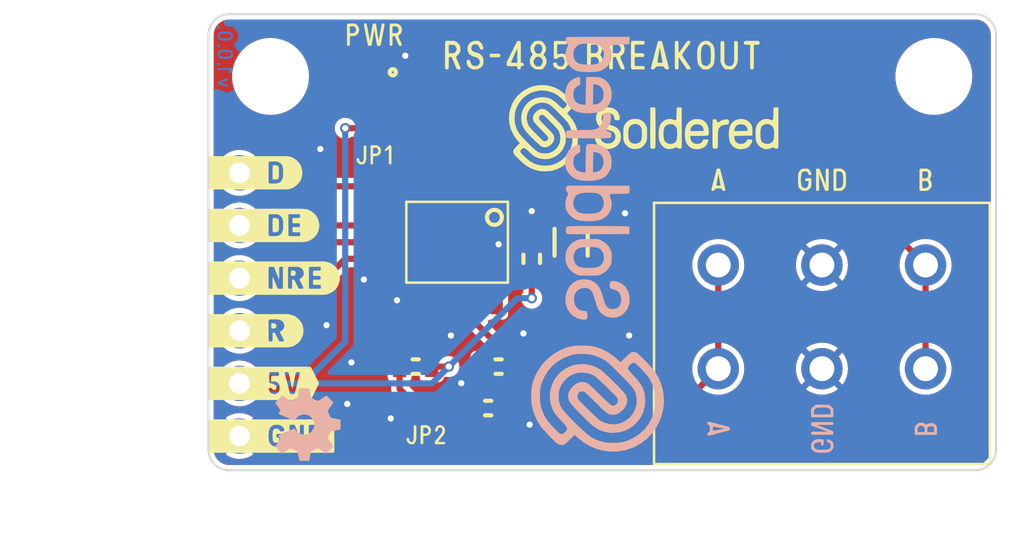
<source format=kicad_pcb>
(kicad_pcb (version 20211014) (generator pcbnew)
  (title_block (title "RS-485 breakout") (date "2021-07-28") (rev "V1.0.0.") (company "SOLDERED") (comment 1 "333068"))
  (layers (0 "F.Cu" signal) (31 "B.Cu" signal) (34 "B.Paste" user) (35 "F.Paste" user) (36 "B.SilkS" user "B.Silkscreen") (37 "F.SilkS" user "F.Silkscreen") (38 "B.Mask" user) (39 "F.Mask" user) (44 "Edge.Cuts" user))
  (net 0 "")
  (net 1 "GND")
  (net 2 "5V")
  (net 3 "Net-(D1-Pad1)")
  (net 4 "Net-(JP1-Pad2)")
  (net 5 "Net-(JP2-Pad1)")
  (net 6 "A")
  (net 7 "B")
  (net 8 "D")
  (net 9 "DE")
  (net 10 "REn")
  (net 11 "R")
  (footprint "e-radionica.com footprinti:0603R" (layer "F.Cu") (at 110.725 142.475 180)
    (fp_text reference "R2")
    (fp_text value "120R")
    (pad "1" smd rect locked (at -0.775 0 270) (size 1 0.64) (layers "F.Cu" "F.Paste" "F.Mask") (net 7 "B"))
    (pad "2" smd rect locked (at 0.775 0 270) (size 1 0.64) (layers "F.Cu" "F.Paste" "F.Mask") (net 5 "Net-(JP2-Pad1)"))
  )
  (footprint "buzzardLabel" (layer "F.Cu") (at 105.225 130.275)
    (fp_text reference "" (at 0 0) (layer "F.SilkS") (effects (font (size 1.27 1.27))))
    (fp_text value "" (at 0 0) (layer "F.SilkS") (effects (font (size 1.27 1.27))))
  )
  (footprint "e-radionica.com footprinti:0603R" (layer "F.Cu") (at 107.225 140.475)
    (fp_text reference "R4")
    (fp_text value "20k")
    (pad "1" smd rect locked (at -0.775 0 90) (size 1 0.64) (layers "F.Cu" "F.Paste" "F.Mask") (net 6 "A"))
    (pad "2" smd rect locked (at 0.775 0 90) (size 1 0.64) (layers "F.Cu" "F.Paste" "F.Mask") (net 2 "5V"))
  )
  (footprint "buzzardLabel" (layer "F.Cu") (at 105.225 124.475)
    (fp_text reference "" (at 0 0) (layer "F.SilkS") (effects (font (size 1.27 1.27))))
    (fp_text value "" (at 0 0) (layer "F.SilkS") (effects (font (size 1.27 1.27))))
  )
  (footprint "e-radionica.com footprinti:HOLE_3.2mm" (layer "F.Cu") (at 132.225 126.475 -90)
    (fp_text reference "H2" hide)
    (fp_text value "HOLE_3.2mm" hide)
    (pad "" np_thru_hole circle locked (at 0 0 270) (size 3.2 3.2) (drill 3.2) (layers F&B.Cu *.Mask))
  )
  (footprint "buzzardLabel" (layer "F.Cu") (at 96.825 131.125)
    (fp_text reference "" (at 0 0) (layer "F.SilkS") (effects (font (size 1.27 1.27))))
    (fp_text value "" (at 0 0) (layer "F.SilkS") (effects (font (size 1.27 1.27))))
  )
  (footprint "buzzardLabel" (layer "F.Cu") (at 96.825 136.205)
    (fp_text reference "" (at 0 0) (layer "F.SilkS") (effects (font (size 1.27 1.27))))
    (fp_text value "" (at 0 0) (layer "F.SilkS") (effects (font (size 1.27 1.27))))
  )
  (footprint "e-radionica.com footprinti:SMD_JUMPER_CONNECTED" (layer "F.Cu") (at 107.725 142.475 180)
    (fp_text reference "JP2")
    (fp_text value "SMD-JUMPER-CONNECTED")
    (pad "1" smd rect (at -0.35 0 180) (size 0.5 1) (layers "F.Cu" "F.Paste" "F.Mask") (net 5 "Net-(JP2-Pad1)"))
    (pad "2" smd rect (at 0.35 0 180) (size 0.5 1) (layers "F.Cu" "F.Paste" "F.Mask") (net 6 "A"))
  )
  (footprint "e-radionica.com footprinti:0402R" (layer "F.Cu") (at 105.225 126.975 180)
    (fp_text reference "R3")
    (fp_text value "2k2")
    (pad "1" smd rect locked (at -0.5 0 270) (size 0.64 0.54) (layers "F.Cu" "F.Paste" "F.Mask") (net 4 "Net-(JP1-Pad2)"))
    (pad "2" smd rect locked (at 0.5 0 270) (size 0.64 0.54) (layers "F.Cu" "F.Paste" "F.Mask") (net 3 "Net-(D1-Pad1)"))
  )
  (footprint "e-radionica.com footprinti:TERMINAL_KF235-5.0-3P" (layer "F.Cu") (at 126.825 138.075)
    (fp_text reference "K1")
    (fp_text value "TERMINAL_KF235-5.0-3P")
    (pad "1" thru_hole circle (at 5 2.5) (size 2 2) (drill 1.2) (layers *.Cu *.Mask) (net 7 "B"))
    (pad "1" thru_hole circle (at 5 -2.5) (size 2 2) (drill 1.2) (layers *.Cu *.Mask) (net 7 "B"))
    (pad "2" thru_hole circle (at 0 2.5) (size 2 2) (drill 1.2) (layers *.Cu *.Mask) (net 1 "GND"))
    (pad "2" thru_hole circle (at 0 -2.5) (size 2 2) (drill 1.2) (layers *.Cu *.Mask) (net 1 "GND"))
    (pad "3" thru_hole circle (at -5 -2.5) (size 2 2) (drill 1.2) (layers *.Cu *.Mask) (net 6 "A"))
    (pad "3" thru_hole circle (at -5 2.5) (size 2 2) (drill 1.2) (layers *.Cu *.Mask) (net 6 "A"))
  )
  (footprint "e-radionica.com footprinti:SOIC-8-SWB" (layer "F.Cu") (at 109.225 134.475 -90)
    (fp_text reference "U1")
    (fp_text value "SN65176BDR")
    (pad "1" smd rect (at -2.7 -1.905 270) (size 1.55 0.6) (layers "F.Cu" "F.Paste" "F.Mask") (net 11 "R"))
    (pad "2" smd rect (at -2.7 -0.635 270) (size 1.55 0.6) (layers "F.Cu" "F.Paste" "F.Mask") (net 10 "REn"))
    (pad "3" smd rect (at -2.7 0.635 270) (size 1.55 0.6) (layers "F.Cu" "F.Paste" "F.Mask") (net 9 "DE"))
    (pad "4" smd rect (at -2.7 1.905 270) (size 1.55 0.6) (layers "F.Cu" "F.Paste" "F.Mask") (net 8 "D"))
    (pad "5" smd rect (at 2.7 1.905 270) (size 1.55 0.6) (layers "F.Cu" "F.Paste" "F.Mask") (net 1 "GND"))
    (pad "6" smd rect (at 2.7 0.635 270) (size 1.55 0.6) (layers "F.Cu" "F.Paste" "F.Mask") (net 6 "A"))
    (pad "7" smd rect (at 2.7 -0.635 270) (size 1.55 0.6) (layers "F.Cu" "F.Paste" "F.Mask") (net 7 "B"))
    (pad "8" smd rect (at 2.7 -1.905 270) (size 1.55 0.6) (layers "F.Cu" "F.Paste" "F.Mask") (net 2 "5V"))
  )
  (footprint "e-radionica.com footprinti:0402LED" (layer "F.Cu") (at 105.225 125.675)
    (fp_text reference "D1")
    (fp_text value "purple")
    (pad "1" smd rect locked (at -0.55 0 90) (size 0.75 0.45) (layers "F.Cu" "F.Paste" "F.Mask") (net 3 "Net-(D1-Pad1)"))
    (pad "2" smd rect locked (at 0.55 0 90) (size 0.75 0.45) (layers "F.Cu" "F.Paste" "F.Mask") (net 1 "GND"))
  )
  (footprint "Soldered Graphics:Logo-Front-SolderedFULL-13mm" (layer "F.Cu") (at 118.225 128.975)
    (fp_text reference "REF**" hide)
    (fp_text value "Logo-Front-SolderedFULL-13mm" hide)
  )
  (footprint "buzzardLabel" (layer "F.Cu") (at 96.825 143.825)
    (fp_text reference "" (at 0 0) (layer "F.SilkS") (effects (font (size 1.27 1.27))))
    (fp_text value "" (at 0 0) (layer "F.SilkS") (effects (font (size 1.27 1.27))))
  )
  (footprint "buzzardLabel" (layer "F.Cu") (at 96.825 138.745)
    (fp_text reference "" (at 0 0) (layer "F.SilkS") (effects (font (size 1.27 1.27))))
    (fp_text value "" (at 0 0) (layer "F.SilkS") (effects (font (size 1.27 1.27))))
  )
  (footprint "Soldered Graphics:Logo-Back-SolderedFULL-20mm" (layer "F.Cu") (at 115.995 134.575 -90)
    (fp_text reference "REF**" hide)
    (fp_text value "Logo-Front-SolderedFULL-20mm" hide)
  )
  (footprint "e-radionica.com footprinti:0603R" (layer "F.Cu") (at 111.225 140.475)
    (fp_text reference "R1")
    (fp_text value "20k")
    (pad "1" smd rect locked (at -0.775 0 90) (size 1 0.64) (layers "F.Cu" "F.Paste" "F.Mask") (net 1 "GND"))
    (pad "2" smd rect locked (at 0.775 0 90) (size 1 0.64) (layers "F.Cu" "F.Paste" "F.Mask") (net 7 "B"))
  )
  (footprint "Soldered Graphics:Logo-Back-OSH-3.5mm" (layer "F.Cu") (at 102.025 143.275 -90)
    (fp_text reference "G***" hide)
    (fp_text value "LOGO" hide)
  )
  (footprint "buzzardLabel" (layer "F.Cu") (at 116.225 125.475)
    (fp_text reference "" (at 0 0) (layer "F.SilkS") (effects (font (size 1.27 1.27))))
    (fp_text value "" (at 0 0) (layer "F.SilkS") (effects (font (size 1.27 1.27))))
  )
  (footprint "buzzardLabel" (layer "F.Cu") (at 107.725 143.775)
    (fp_text reference "" (at 0 0) (layer "F.SilkS") (effects (font (size 1.27 1.27))))
    (fp_text value "" (at 0 0) (layer "F.SilkS") (effects (font (size 1.27 1.27))))
  )
  (footprint "e-radionica.com footprinti:FIDUCIAL_23" (layer "F.Cu") (at 127.625 126.175 -90)
    (fp_text reference "FD1")
    (fp_text value "FIDUCIAL")
    (fp_circle (center 0 0) (end 1 0) (layer "F.Cu") (width 0.2) (fill none))
    (pad "1" smd circle (at 0 0 270) (size 1 1) (layers "F.Cu" "F.Paste" "F.Mask") (clearance 1.1))
  )
  (footprint "e-radionica.com footprinti:SMD-JUMPER-CONNECTED_TRACE_SLODERMASK" (layer "F.Cu") (at 105.225 128.975)
    (fp_text reference "JP1")
    (fp_text value "SMD-JUMPER-CONNECTED_TRACE_SLODERMASK")
    (fp_poly (pts (xy 0.1 0.1) (xy -0.1 0.1) (xy -0.1 -0.1) (xy 0.1 -0.1)) (layer "F.Cu") (width 0.1) (fill solid))
    (pad "1" smd rect (at -0.35 0) (size 0.5 1) (layers "F.Cu" "F.Mask") (net 2 "5V"))
    (pad "2" smd rect (at 0.35 0) (size 0.5 1) (layers "F.Cu" "F.Mask") (net 4 "Net-(JP1-Pad2)"))
  )
  (footprint "buzzardLabel" (layer "F.Cu") (at 96.825 141.285)
    (fp_text reference "" (at 0 0) (layer "F.SilkS") (effects (font (size 1.27 1.27))))
    (fp_text value "" (at 0 0) (layer "F.SilkS") (effects (font (size 1.27 1.27))))
  )
  (footprint "buzzardLabel" (layer "F.Cu") (at 131.825 131.475)
    (fp_text reference "" (at 0 0) (layer "F.SilkS") (effects (font (size 1.27 1.27))))
    (fp_text value "" (at 0 0) (layer "F.SilkS") (effects (font (size 1.27 1.27))))
  )
  (footprint "buzzardLabel" (layer "F.Cu") (at 121.825 131.475)
    (fp_text reference "" (at 0 0) (layer "F.SilkS") (effects (font (size 1.27 1.27))))
    (fp_text value "" (at 0 0) (layer "F.SilkS") (effects (font (size 1.27 1.27))))
  )
  (footprint "e-radionica.com footprinti:1206C" (layer "F.Cu") (at 114.725 134.475 -90)
    (fp_text reference "C1")
    (fp_text value "10u")
    (pad "1" smd rect locked (at -1.525 0) (size 1.75 1) (layers "F.Cu" "F.Paste" "F.Mask") (net 1 "GND"))
    (pad "2" smd rect locked (at 1.525 0) (size 1.75 1) (layers "F.Cu" "F.Paste" "F.Mask") (net 2 "5V"))
  )
  (footprint "buzzardLabel" (layer "F.Cu") (at 126.825 131.475)
    (fp_text reference "" (at 0 0) (layer "F.SilkS") (effects (font (size 1.27 1.27))))
    (fp_text value "" (at 0 0) (layer "F.SilkS") (effects (font (size 1.27 1.27))))
  )
  (footprint "buzzardLabel" (layer "F.Cu") (at 96.825 133.665)
    (fp_text reference "" (at 0 0) (layer "F.SilkS") (effects (font (size 1.27 1.27))))
    (fp_text value "" (at 0 0) (layer "F.SilkS") (effects (font (size 1.27 1.27))))
  )
  (footprint "e-radionica.com footprinti:HOLE_3.2mm" (layer "F.Cu") (at 100.225 126.475 -90)
    (fp_text reference "H1" hide)
    (fp_text value "HOLE_3.2mm" hide)
    (pad "" np_thru_hole circle locked (at 0 0 270) (size 3.2 3.2) (drill 3.2) (layers F&B.Cu *.Mask))
  )
  (footprint "e-radionica.com footprinti:0603C" (layer "F.Cu") (at 112.825 135.275 -90)
    (fp_text reference "C2")
    (fp_text value "1u")
    (pad "1" smd rect locked (at -0.73 0 270) (size 0.66 1) (layers "F.Cu" "F.Paste" "F.Mask") (net 1 "GND"))
    (pad "2" smd rect locked (at 0.73 0 270) (size 0.66 1) (layers "F.Cu" "F.Paste" "F.Mask") (net 2 "5V"))
  )
  (footprint "e-radionica.com footprinti:HEADER_MALE_6X1" (layer "B.Cu") (at 98.725 137.475 -90)
    (fp_text reference "K2")
    (fp_text value "HEADER_MALE_6X1")
    (pad "1" thru_hole circle locked (at -6.35 0 270) (size 1.7 1.7) (drill 1) (layers *.Cu *.Mask) (net 8 "D"))
    (pad "2" thru_hole circle locked (at -3.81 0 270) (size 1.7 1.7) (drill 1) (layers *.Cu *.Mask) (net 9 "DE"))
    (pad "3" thru_hole circle locked (at -1.27 0 270) (size 1.7 1.7) (drill 1) (layers *.Cu *.Mask) (net 10 "REn"))
    (pad "4" thru_hole circle locked (at 1.27 0 270) (size 1.7 1.7) (drill 1) (layers *.Cu *.Mask) (net 11 "R"))
    (pad "5" thru_hole circle locked (at 3.81 0 270) (size 1.7 1.7) (drill 1) (layers *.Cu *.Mask) (net 2 "5V"))
    (pad "6" thru_hole circle locked (at 6.35 0 270) (size 1.7 1.7) (drill 1) (layers *.Cu *.Mask) (net 1 "GND"))
  )
  (footprint "buzzardLabel" (layer "B.Cu") (at 126.825 143.475 90)
    (fp_text reference "" (at 0 0 90) (layer "B.SilkS") (effects (font (size 1.27 1.27)) (justify mirror)))
    (fp_text value "" (at 0 0 90) (layer "B.SilkS") (effects (font (size 1.27 1.27)) (justify mirror)))
  )
  (footprint "buzzardLabel" (layer "B.Cu") (at 121.825 143.475 90)
    (fp_text reference "" (at 0 0 90) (layer "B.SilkS") (effects (font (size 1.27 1.27)) (justify mirror)))
    (fp_text value "" (at 0 0 90) (layer "B.SilkS") (effects (font (size 1.27 1.27)) (justify mirror)))
  )
  (footprint "buzzardLabel" (layer "B.Cu") (at 131.825 143.475 90)
    (fp_text reference "" (at 0 0 90) (layer "B.SilkS") (effects (font (size 1.27 1.27)) (justify mirror)))
    (fp_text value "" (at 0 0 90) (layer "B.SilkS") (effects (font (size 1.27 1.27)) (justify mirror)))
  )
  (footprint "Soldered Graphics:Version1.0.0." (layer "B.Cu") (at 98.025 125.475 90)
    (fp_text reference "Ref**" hide)
    (fp_text value "Val**" hide)
    (fp_poly (pts (xy -1.33 -0.35) (xy -1.27 -0.35) (xy -1.25 -0.31) (xy -1.09 0.1) (xy -1.11 0.13) (xy -1.16 0.13) (xy -1.19 0.1) (xy -1.28 -0.16) (xy -1.3 -0.21) (xy -1.32 -0.17) (xy -1.41 0.09) (xy -1.44 0.13) (xy -1.49 0.13) (xy -1.51 0.1) (xy -1.36 -0.31) (xy -1.33 -0.35)) (layer "B.Cu") (width 0.01) (fill solid))
    (fp_poly (pts (xy 0.43 -0.38) (xy 0.48 -0.38) (xy 0.54 -0.37) (xy 0.54 -0.33) (xy 0.54 -0.27) (xy 0.5 -0.26) (xy 0.45 -0.26) (xy 0.42 -0.29) (xy 0.42 -0.34) (xy 0.43 -0.38)) (layer "B.Cu") (width 0.01) (fill solid))
    (fp_poly (pts (xy 0.93 -0.35) (xy 0.99 -0.35) (xy 1.04 -0.33) (xy 1.01 -0.28) (xy 0.91 -0.28) (xy 0.87 -0.25) (xy 0.85 -0.2) (xy 0.83 -0.15) (xy 0.83 -0.11) (xy 0.82 0.01) (xy 0.83 0.13) (xy 0.83 0.17) (xy 0.84 0.22) (xy 0.87 0.27) (xy 0.9 0.3) (xy 1.01 0.3) (xy 1.04 0.26) (xy 1.05 0.21) (xy 1.06 0.15) (xy 1.07 0.05) (xy 1.07 -0.08) (xy 1.06 -0.12) (xy 1.06 -0.17) (xy 1.04 -0.22) (xy 1.02 -0.27) (xy 1.01 -0.28) (xy 1.05 -0.32) (xy 1.09 -0.29) (xy 1.12 -0.26) (xy 1.14 -0.22) (xy 1.15 -0.16) (xy 1.16 -0.11) (xy 1.16 -0.06) (xy 1.16 0.06) (xy 1.16 0.12) (xy 1.15 0.17) (xy 1.14 0.22) (xy 1.13 0.27) (xy 1.1 0.3) (xy 1.06 0.34) (xy 1.01 0.37) (xy 0.95 0.38) (xy 0.9 0.38) (xy 0.84 0.35) (xy 0.8 0.31) (xy 0.78 0.28) (xy 0.75 0.23) (xy 0.74 0.18) (xy 0.74 0.13) (xy 0.73 0.08) (xy 0.73 -0.04) (xy 0.73 -0.1) (xy 0.74 -0.14) (xy 0.75 -0.2) (xy 0.77 -0.25) (xy 0.79 -0.28) (xy 0.83 -0.32) (xy 0.89 -0.35) (xy 0.93 -0.35)) (layer "B.Cu") (width 0.01) (fill solid))
    (fp_poly (pts (xy 0.06 -0.35) (xy 0.11 -0.35) (xy 0.17 -0.33) (xy 0.13 -0.28) (xy 0.03 -0.28) (xy -0.01 -0.25) (xy -0.03 -0.2) (xy -0.05 -0.15) (xy -0.05 -0.11) (xy -0.05 0.01) (xy -0.05 0.13) (xy -0.05 0.17) (xy -0.03 0.22) (xy -0.01 0.27) (xy 0.02 0.3) (xy 0.13 0.3) (xy 0.16 0.26) (xy 0.18 0.21) (xy 0.18 0.15) (xy 0.19 0.05) (xy 0.19 -0.08) (xy 0.19 -0.12) (xy 0.18 -0.17) (xy 0.16 -0.22) (xy 0.14 -0.27) (xy 0.14 -0.28) (xy 0.17 -0.32) (xy 0.21 -0.29) (xy 0.24 -0.26) (xy 0.26 -0.22) (xy 0.27 -0.16) (xy 0.28 -0.11) (xy 0.28 -0.06) (xy 0.28 0.06) (xy 0.28 0.12) (xy 0.27 0.17) (xy 0.26 0.22) (xy 0.25 0.27) (xy 0.22 0.3) (xy 0.19 0.34) (xy 0.13 0.37) (xy 0.08 0.38) (xy 0.02 0.38) (xy -0.03 0.35) (xy -0.08 0.31) (xy -0.1 0.28) (xy -0.12 0.23) (xy -0.14 0.18) (xy -0.14 0.13) (xy -0.15 0.08) (xy -0.15 -0.04) (xy -0.14 -0.1) (xy -0.14 -0.14) (xy -0.13 -0.2) (xy -0.11 -0.25) (xy -0.08 -0.28) (xy -0.05 -0.32) (xy 0.01 -0.35) (xy 0.06 -0.35)) (layer "B.Cu") (width 0.01) (fill solid))
    (fp_poly (pts (xy 1.31 -0.38) (xy 1.36 -0.38) (xy 1.41 -0.37) (xy 1.42 -0.33) (xy 1.42 -0.27) (xy 1.38 -0.26) (xy 1.33 -0.26) (xy 1.3 -0.29) (xy 1.3 -0.34) (xy 1.31 -0.38)) (layer "B.Cu") (width 0.01) (fill solid))
    (fp_poly (pts (xy -0.44 -0.38) (xy -0.39 -0.38) (xy -0.34 -0.37) (xy -0.34 -0.33) (xy -0.34 -0.27) (xy -0.38 -0.26) (xy -0.43 -0.26) (xy -0.46 -0.29) (xy -0.46 -0.34) (xy -0.44 -0.38)) (layer "B.Cu") (width 0.01) (fill solid))
    (fp_poly (pts (xy -0.67 -0.35) (xy -0.62 -0.35) (xy -0.6 -0.31) (xy -0.6 0.35) (xy -0.64 0.38) (xy -0.69 0.38) (xy -0.73 0.34) (xy -0.84 0.22) (xy -0.86 0.17) (xy -0.83 0.16) (xy -0.73 0.22) (xy -0.69 0.23) (xy -0.69 -0.31) (xy -0.67 -0.35)) (layer "B.Cu") (width 0.01) (fill solid))
  )
  (gr_arc (start 98.225 145.475) (mid 97.517893 145.182107) (end 97.225 144.475) (layer "Edge.Cuts") (width 0.1))
  (gr_arc (start 135.225 144.475) (mid 134.932107 145.182107) (end 134.225 145.475) (layer "Edge.Cuts") (width 0.1))
  (gr_arc (start 97.225 124.475) (mid 97.517893 123.767893) (end 98.225 123.475) (layer "Edge.Cuts") (width 0.1))
  (gr_line (start 134.225 145.475) (end 98.225 145.475) (layer "Edge.Cuts") (width 0.1))
  (gr_line (start 97.225 144.475) (end 97.225 124.475) (layer "Edge.Cuts") (width 0.1))
  (gr_line (start 135.225 124.475) (end 135.225 144.475) (layer "Edge.Cuts") (width 0.1))
  (gr_line (start 98.225 123.475) (end 134.225 123.475) (layer "Edge.Cuts") (width 0.1))
  (gr_arc (start 134.225 123.475) (mid 134.932107 123.767893) (end 135.225 124.475) (layer "Edge.Cuts") (width 0.1))
  (via (at 106.725 125.475) (size 0.5) (drill 0.3) (layers "F.Cu" "B.Cu") (net 1))
  (via (at 106.325 137.275) (size 0.5) (drill 0.3) (layers "F.Cu" "B.Cu") (net 1))
  (via (at 104.725 136.275) (size 0.5) (drill 0.3) (layers "F.Cu" "B.Cu") (net 1))
  (via (at 103.925 142.275) (size 0.5) (drill 0.3) (layers "F.Cu" "B.Cu") (net 1))
  (via (at 117.325 133.075) (size 0.5) (drill 0.3) (layers "F.Cu" "B.Cu") (net 1))
  (via (at 111.225 134.575) (size 0.5) (drill 0.3) (layers "F.Cu" "B.Cu") (net 1))
  (via (at 108.925 138.975) (size 0.5) (drill 0.3) (layers "F.Cu" "B.Cu") (net 1))
  (via (at 112.825 132.975) (size 0.5) (drill 0.3) (layers "F.Cu" "B.Cu") (net 1))
  (via (at 117.525 138.975) (size 0.5) (drill 0.3) (layers "F.Cu" "B.Cu") (net 1))
  (via (at 102.625 129.975) (size 0.5) (drill 0.3) (layers "F.Cu" "B.Cu") (net 1))
  (via (at 112.725 143.275) (size 0.5) (drill 0.3) (layers "F.Cu" "B.Cu") (net 1))
  (via (at 112.425 138.875) (size 0.5) (drill 0.3) (layers "F.Cu" "B.Cu") (net 1))
  (via (at 104.125 140.275) (size 0.5) (drill 0.3) (layers "F.Cu" "B.Cu") (net 1))
  (via (at 102.925 138.475) (size 0.5) (drill 0.3) (layers "F.Cu" "B.Cu") (net 1))
  (via (at 109.425 141.275) (size 0.5) (drill 0.3) (layers "F.Cu" "B.Cu") (net 1))
  (via (at 106.025 142.975) (size 0.5) (drill 0.3) (layers "F.Cu" "B.Cu") (net 1))
  (segment (start 111.495 136.005) (end 112.825 136.005) (width 0.3) (layer "F.Cu") (net 2))
  (segment (start 111.13 137.175) (end 111.13 136.37) (width 0.3) (layer "F.Cu") (net 2))
  (segment (start 104.875 128.975) (end 103.825 128.975) (width 0.3) (layer "F.Cu") (net 2))
  (segment (start 112.825 136.005) (end 114.72 136.005) (width 0.3) (layer "F.Cu") (net 2))
  (segment (start 112.825 137.175) (end 112.825 136.005) (width 0.3) (layer "F.Cu") (net 2))
  (segment (start 114.72 136.005) (end 114.725 136) (width 0.3) (layer "F.Cu") (net 2))
  (segment (start 111.13 136.37) (end 111.495 136.005) (width 0.3) (layer "F.Cu") (net 2))
  (segment (start 108 140.475) (end 108.825 140.475) (width 0.3) (layer "F.Cu") (net 2))
  (via (at 103.825 128.975) (size 0.5) (drill 0.3) (layers "F.Cu" "B.Cu") (net 2))
  (via (at 108.825 140.475) (size 0.5) (drill 0.3) (layers "F.Cu" "B.Cu") (net 2))
  (via (at 112.825 137.175) (size 0.5) (drill 0.3) (layers "F.Cu" "B.Cu") (net 2))
  (segment (start 112.125 137.175) (end 108.825 140.475) (width 0.3) (layer "B.Cu") (net 2))
  (segment (start 101.815 141.285) (end 108.015 141.285) (width 0.3) (layer "B.Cu") (net 2))
  (segment (start 108.015 141.285) (end 108.825 140.475) (width 0.3) (layer "B.Cu") (net 2))
  (segment (start 103.825 139.275) (end 101.815 141.285) (width 0.3) (layer "B.Cu") (net 2))
  (segment (start 98.725 141.285) (end 101.815 141.285) (width 0.3) (layer "B.Cu") (net 2))
  (segment (start 112.825 137.175) (end 112.125 137.175) (width 0.3) (layer "B.Cu") (net 2))
  (segment (start 103.825 128.975) (end 103.825 139.275) (width 0.3) (layer "B.Cu") (net 2))
  (segment (start 104.725 125.725) (end 104.675 125.675) (width 0.3) (layer "F.Cu") (net 3))
  (segment (start 104.725 126.975) (end 104.725 125.725) (width 0.3) (layer "F.Cu") (net 3))
  (segment (start 104.675 126.925) (end 104.725 126.975) (width 0.3) (layer "F.Cu") (net 3))
  (segment (start 105.725 126.975) (end 105.725 128.825) (width 0.3) (layer "F.Cu") (net 4))
  (segment (start 105.725 128.825) (end 105.575 128.975) (width 0.3) (layer "F.Cu") (net 4))
  (segment (start 108.075 142.475) (end 109.95 142.475) (width 0.3) (layer "F.Cu") (net 5))
  (segment (start 106.45 140.15) (end 106.45 140.475) (width 0.3) (layer "F.Cu") (net 6))
  (segment (start 121.825 140.575) (end 118.025 144.375) (width 0.3) (layer "F.Cu") (net 6))
  (segment (start 106.45 141.55) (end 107.375 142.475) (width 0.3) (layer "F.Cu") (net 6))
  (segment (start 121.825 135.575) (end 121.825 140.575) (width 0.3) (layer "F.Cu") (net 6))
  (segment (start 118.025 144.375) (end 108.325 144.375) (width 0.3) (layer "F.Cu") (net 6))
  (segment (start 108.59 138.01) (end 106.45 140.15) (width 0.3) (layer "F.Cu") (net 6))
  (segment (start 106.45 140.475) (end 106.45 141.55) (width 0.3) (layer "F.Cu") (net 6))
  (segment (start 107.375 143.425) (end 107.375 142.475) (width 0.3) (layer "F.Cu") (net 6))
  (segment (start 108.325 144.375) (end 107.375 143.425) (width 0.3) (layer "F.Cu") (net 6))
  (segment (start 108.59 137.175) (end 108.59 138.01) (width 0.3) (layer "F.Cu") (net 6))
  (segment (start 112 140.25) (end 112 140.475) (width 0.3) (layer "F.Cu") (net 7))
  (segment (start 129.125 132.875) (end 131.825 135.575) (width 0.3) (layer "F.Cu") (net 7))
  (segment (start 120.625 132.875) (end 129.125 132.875) (width 0.3) (layer "F.Cu") (net 7))
  (segment (start 131.825 140.575) (end 131.825 135.575) (width 0.3) (layer "F.Cu") (net 7))
  (segment (start 109.86 138.11) (end 112 140.25) (width 0.3) (layer "F.Cu") (net 7))
  (segment (start 113.025 140.475) (end 120.625 132.875) (width 0.3) (layer "F.Cu") (net 7))
  (segment (start 109.86 137.175) (end 109.86 138.11) (width 0.3) (layer "F.Cu") (net 7))
  (segment (start 112 140.475) (end 112 141.975) (width 0.3) (layer "F.Cu") (net 7))
  (segment (start 112 140.475) (end 113.025 140.475) (width 0.3) (layer "F.Cu") (net 7))
  (segment (start 112 141.975) (end 111.5 142.475) (width 0.3) (layer "F.Cu") (net 7))
  (segment (start 103.125 131.775) (end 102.475 131.125) (width 0.3) (layer "F.Cu") (net 8))
  (segment (start 107.32 131.775) (end 103.125 131.775) (width 0.3) (layer "F.Cu") (net 8))
  (segment (start 102.475 131.125) (end 98.725 131.125) (width 0.3) (layer "F.Cu") (net 8))
  (segment (start 108.59 132.81) (end 107.735 133.665) (width 0.3) (layer "F.Cu") (net 9))
  (segment (start 108.59 131.775) (end 108.59 132.81) (width 0.3) (layer "F.Cu") (net 9))
  (segment (start 107.735 133.665) (end 98.725 133.665) (width 0.3) (layer "F.Cu") (net 9))
  (segment (start 109.86 131.775) (end 109.86 132.74) (width 0.3) (layer "F.Cu") (net 10))
  (segment (start 109.86 132.74) (end 108.125 134.475) (width 0.3) (layer "F.Cu") (net 10))
  (segment (start 102.425 134.475) (end 100.695 136.205) (width 0.3) (layer "F.Cu") (net 10))
  (segment (start 100.695 136.205) (end 98.725 136.205) (width 0.3) (layer "F.Cu") (net 10))
  (segment (start 108.125 134.475) (end 102.425 134.475) (width 0.3) (layer "F.Cu") (net 10))
  (segment (start 108.425 135.275) (end 103.825 135.275) (width 0.3) (layer "F.Cu") (net 11))
  (segment (start 111.13 131.775) (end 111.13 132.57) (width 0.3) (layer "F.Cu") (net 11))
  (segment (start 103.825 135.275) (end 100.355 138.745) (width 0.3) (layer "F.Cu") (net 11))
  (segment (start 111.13 132.57) (end 108.425 135.275) (width 0.3) (layer "F.Cu") (net 11))
  (segment (start 100.355 138.745) (end 98.725 138.745) (width 0.3) (layer "F.Cu") (net 11))
  (zone (net 1) (net_name "GND") (layers F&B.Cu) (connect_pads (clearance 0.254)) (min_thickness 0.254) (fill yes (thermal_gap 0.254) (thermal_bridge_width 0.3))
    (polygon (pts (xy 97.225 145.475) (xy 97.225 123.475) (xy 135.225 123.475) (xy 135.225 145.475)))
  )
)
</source>
